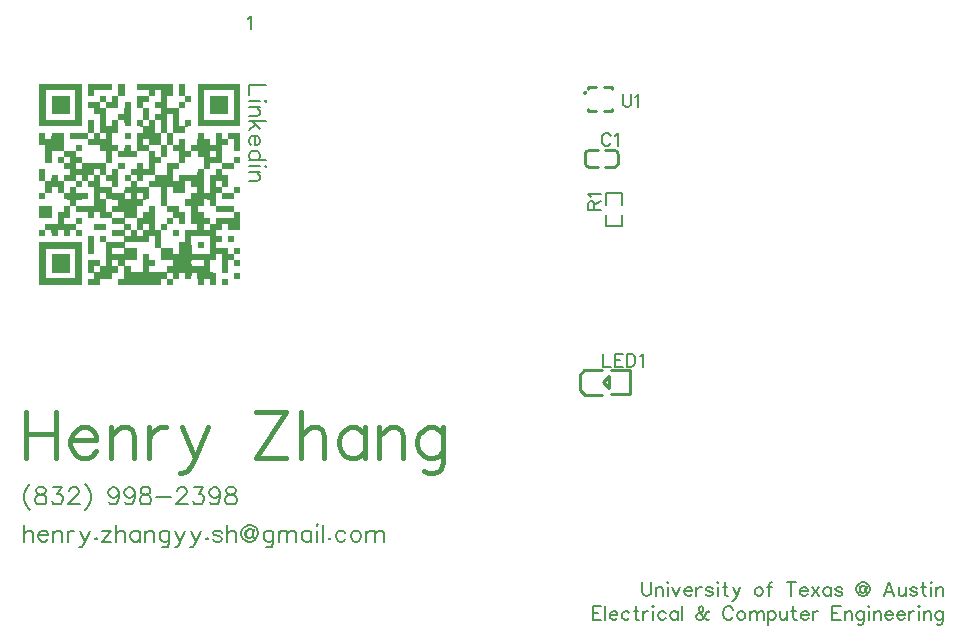
<source format=gto>
G04 Layer: TopSilkscreenLayer*
G04 EasyEDA v6.5.50, 2025-08-15 22:22:53*
G04 78b981eca6ee4c28b6080d7fc2fd3244,645267f41e9e4d7b8b91459b463e1a24,10*
G04 Gerber Generator version 0.2*
G04 Scale: 100 percent, Rotated: No, Reflected: No *
G04 Dimensions in millimeters *
G04 leading zeros omitted , absolute positions ,4 integer and 5 decimal *
%FSLAX45Y45*%
%MOMM*%

%ADD10C,0.4500*%
%ADD11C,0.2030*%
%ADD12C,0.1524*%
%ADD13C,0.2540*%
%ADD14C,0.0119*%

%LPD*%
G36*
X674014Y-661314D02*
G01*
X674014Y-716127D01*
X979779Y-716127D01*
X979779Y-967079D01*
X728827Y-967079D01*
X728827Y-716127D01*
X674014Y-716127D01*
X674014Y-1021892D01*
X1034592Y-1021892D01*
X1034592Y-661314D01*
G37*
G36*
X1086104Y-661314D02*
G01*
X1086104Y-764336D01*
X1137615Y-764336D01*
X1138072Y-713232D01*
X1292199Y-712825D01*
X1292199Y-661314D01*
G37*
G36*
X1343710Y-661314D02*
G01*
X1343304Y-763930D01*
X1292199Y-764336D01*
X1291793Y-815441D01*
X1241094Y-815441D01*
X1240637Y-764336D01*
X1189177Y-764336D01*
X1188720Y-815441D01*
X1086104Y-815848D01*
X1086104Y-817930D01*
X1189126Y-817930D01*
X1189939Y-815848D01*
X1240231Y-816254D01*
X1240231Y-866952D01*
X1189583Y-866952D01*
X1189126Y-817930D01*
X1086104Y-817930D01*
X1086104Y-867359D01*
X1137208Y-867765D01*
X1137666Y-918870D01*
X1188720Y-919276D01*
X1188720Y-1072997D01*
X1138072Y-1072997D01*
X1137615Y-970381D01*
X1086154Y-970381D01*
X1085697Y-1072997D01*
X931570Y-1073404D01*
X931570Y-1075537D01*
X1086104Y-1075537D01*
X1086916Y-1073404D01*
X1137208Y-1073861D01*
X1137208Y-1075537D01*
X1189126Y-1075537D01*
X1189939Y-1073404D01*
X1240231Y-1073861D01*
X1240231Y-1124508D01*
X1189583Y-1124508D01*
X1189126Y-1075537D01*
X1137208Y-1075537D01*
X1137208Y-1124508D01*
X1086561Y-1124508D01*
X1086104Y-1075537D01*
X931570Y-1075537D01*
X931570Y-1124915D01*
X1085697Y-1125372D01*
X1086154Y-1176426D01*
X1188720Y-1176883D01*
X1189177Y-1227937D01*
X1240231Y-1228394D01*
X1240231Y-1330604D01*
X1034999Y-1330604D01*
X1034592Y-1279499D01*
X983487Y-1279042D01*
X983487Y-1228394D01*
X1034592Y-1227937D01*
X1034592Y-1176477D01*
X983132Y-1176477D01*
X982675Y-1227531D01*
X880465Y-1227531D01*
X880059Y-1073404D01*
X777036Y-1073404D01*
X776630Y-1124508D01*
X725932Y-1124508D01*
X725474Y-1073404D01*
X674014Y-1073404D01*
X674014Y-1176426D01*
X725119Y-1176883D01*
X725525Y-1331010D01*
X777036Y-1331010D01*
X777443Y-1228394D01*
X879652Y-1228394D01*
X879652Y-1279042D01*
X828548Y-1279499D01*
X828548Y-1281582D01*
X880059Y-1281582D01*
X880871Y-1279448D01*
X931164Y-1279906D01*
X931164Y-1330604D01*
X880465Y-1330604D01*
X880059Y-1281582D01*
X828548Y-1281582D01*
X828548Y-1330960D01*
X879652Y-1331417D01*
X879666Y-1333093D01*
X983081Y-1333093D01*
X983894Y-1330960D01*
X1034186Y-1331417D01*
X1034186Y-1382115D01*
X983487Y-1382115D01*
X983081Y-1333093D01*
X879666Y-1333093D01*
X880110Y-1382471D01*
X931164Y-1382928D01*
X931164Y-1384604D01*
X1137615Y-1384604D01*
X1138428Y-1382471D01*
X1188720Y-1382928D01*
X1188720Y-1433626D01*
X1241094Y-1433626D01*
X1241094Y-1331417D01*
X1292199Y-1330960D01*
X1292199Y-1229055D01*
X1293317Y-1227937D01*
X1343304Y-1228394D01*
X1343710Y-1279499D01*
X1498244Y-1279499D01*
X1498650Y-1228394D01*
X1600860Y-1228394D01*
X1600860Y-1382115D01*
X1550162Y-1382115D01*
X1549755Y-1331010D01*
X1498244Y-1331010D01*
X1497838Y-1382115D01*
X1446733Y-1382522D01*
X1446326Y-1433626D01*
X1653184Y-1433626D01*
X1653184Y-1331417D01*
X1704289Y-1330960D01*
X1704695Y-1279906D01*
X1755800Y-1279448D01*
X1755800Y-1177544D01*
X1756968Y-1176426D01*
X1806905Y-1176883D01*
X1807362Y-1227937D01*
X1858416Y-1228394D01*
X1858416Y-1330604D01*
X1755851Y-1331010D01*
X1755393Y-1433626D01*
X1446326Y-1433626D01*
X1395222Y-1434033D01*
X1395222Y-1436116D01*
X1446682Y-1436116D01*
X1447495Y-1433982D01*
X1497838Y-1434439D01*
X1497838Y-1485138D01*
X1447139Y-1485138D01*
X1446682Y-1436116D01*
X1395222Y-1436116D01*
X1395222Y-1485544D01*
X1446326Y-1485950D01*
X1446326Y-1536649D01*
X1498650Y-1536649D01*
X1498650Y-1485950D01*
X1549755Y-1485544D01*
X1549755Y-1435150D01*
X1550873Y-1434033D01*
X1652371Y-1434439D01*
X1652371Y-1485138D01*
X1807768Y-1485138D01*
X1807768Y-1382928D01*
X1858822Y-1382471D01*
X1859280Y-1331417D01*
X1910334Y-1330960D01*
X1910791Y-1279906D01*
X1961896Y-1279448D01*
X1961896Y-1229055D01*
X1963013Y-1227937D01*
X2013000Y-1228394D01*
X2013014Y-1230071D01*
X2116378Y-1230071D01*
X2117191Y-1227937D01*
X2167534Y-1228394D01*
X2167534Y-1279042D01*
X2116836Y-1279042D01*
X2116378Y-1230071D01*
X2013014Y-1230071D01*
X2013407Y-1279448D01*
X2064512Y-1279906D01*
X2064512Y-1382115D01*
X2013407Y-1382522D01*
X2013000Y-1433626D01*
X1858873Y-1434033D01*
X1858416Y-1485138D01*
X1652371Y-1485138D01*
X1601317Y-1485544D01*
X1600860Y-1536649D01*
X1446326Y-1536649D01*
X1395222Y-1537055D01*
X1394815Y-1588160D01*
X1292606Y-1588160D01*
X1292606Y-1537462D01*
X1343710Y-1537055D01*
X1344117Y-1382928D01*
X1395222Y-1382471D01*
X1395222Y-1331010D01*
X1343710Y-1331010D01*
X1343304Y-1382115D01*
X1292199Y-1382522D01*
X1291793Y-1433626D01*
X1138072Y-1433626D01*
X1137615Y-1384604D01*
X931164Y-1384604D01*
X931164Y-1433626D01*
X880110Y-1434033D01*
X880089Y-1436116D01*
X983081Y-1436116D01*
X983894Y-1433982D01*
X1034186Y-1434439D01*
X1034186Y-1436116D01*
X1086104Y-1436116D01*
X1086916Y-1433982D01*
X1137208Y-1434439D01*
X1137208Y-1436116D01*
X1189126Y-1436116D01*
X1189939Y-1433982D01*
X1240231Y-1434439D01*
X1240688Y-1485544D01*
X1291793Y-1485950D01*
X1291793Y-1536649D01*
X1189583Y-1536649D01*
X1189126Y-1436116D01*
X1137208Y-1436116D01*
X1137208Y-1485138D01*
X1086561Y-1485138D01*
X1086104Y-1436116D01*
X1034186Y-1436116D01*
X1034186Y-1485138D01*
X983487Y-1485138D01*
X983081Y-1436116D01*
X880089Y-1436116D01*
X879652Y-1485138D01*
X828954Y-1485138D01*
X828548Y-1434033D01*
X777036Y-1434033D01*
X776630Y-1485138D01*
X725932Y-1485138D01*
X725525Y-1382522D01*
X674014Y-1382522D01*
X674014Y-1485544D01*
X725119Y-1485950D01*
X725119Y-1487627D01*
X880059Y-1487627D01*
X880871Y-1485544D01*
X982675Y-1485950D01*
X982675Y-1536649D01*
X931621Y-1537055D01*
X931164Y-1588160D01*
X880465Y-1588160D01*
X880059Y-1487627D01*
X725119Y-1487627D01*
X725119Y-1588160D01*
X674014Y-1588617D01*
X674014Y-1640078D01*
X725474Y-1640078D01*
X725932Y-1588973D01*
X776986Y-1588566D01*
X777443Y-1537462D01*
X828141Y-1537462D01*
X828598Y-1588566D01*
X879652Y-1588973D01*
X880110Y-1640078D01*
X931164Y-1640484D01*
X931164Y-1691182D01*
X983487Y-1691182D01*
X983487Y-1640484D01*
X1086104Y-1640078D01*
X1086104Y-1588566D01*
X983487Y-1588160D01*
X983487Y-1537462D01*
X1034592Y-1537055D01*
X1034592Y-1486662D01*
X1035761Y-1485544D01*
X1085697Y-1485950D01*
X1086154Y-1537055D01*
X1137208Y-1537462D01*
X1137208Y-1590649D01*
X1189126Y-1590649D01*
X1189939Y-1588566D01*
X1240231Y-1588973D01*
X1240231Y-1590649D01*
X1395171Y-1590649D01*
X1395984Y-1588566D01*
X1446326Y-1588973D01*
X1446326Y-1590649D01*
X1498244Y-1590649D01*
X1499006Y-1588566D01*
X1549349Y-1588973D01*
X1549349Y-1639671D01*
X1498650Y-1639671D01*
X1498244Y-1590649D01*
X1446326Y-1590649D01*
X1446326Y-1639671D01*
X1395628Y-1639671D01*
X1395171Y-1590649D01*
X1240231Y-1590649D01*
X1240231Y-1639671D01*
X1189583Y-1639671D01*
X1189126Y-1590649D01*
X1137208Y-1590649D01*
X1137208Y-1642160D01*
X1240637Y-1642160D01*
X1241450Y-1640078D01*
X1343304Y-1640484D01*
X1343304Y-1691182D01*
X1292199Y-1691639D01*
X1291793Y-1742693D01*
X1241094Y-1742693D01*
X1240637Y-1642160D01*
X1137208Y-1642160D01*
X1137208Y-1691182D01*
X931164Y-1691182D01*
X880110Y-1691639D01*
X879652Y-1742693D01*
X828548Y-1743151D01*
X828141Y-1845716D01*
X725525Y-1846173D01*
X725119Y-1897227D01*
X674014Y-1897684D01*
X674014Y-1949196D01*
X725474Y-1949196D01*
X725932Y-1898091D01*
X776630Y-1898091D01*
X777036Y-1949196D01*
X828548Y-1949196D01*
X828954Y-1898091D01*
X879652Y-1898091D01*
X880110Y-1949196D01*
X931570Y-1949196D01*
X931976Y-1898091D01*
X982675Y-1898091D01*
X983132Y-1949196D01*
X1034592Y-1949196D01*
X1034592Y-1897684D01*
X983487Y-1897227D01*
X983487Y-1846580D01*
X1034592Y-1846122D01*
X1034592Y-1794611D01*
X983132Y-1794611D01*
X982675Y-1845716D01*
X880465Y-1845716D01*
X880465Y-1795068D01*
X931570Y-1794611D01*
X931976Y-1691995D01*
X982675Y-1691995D01*
X983132Y-1743100D01*
X1085697Y-1743506D01*
X1086154Y-1794611D01*
X1137615Y-1794611D01*
X1138072Y-1743506D01*
X1188720Y-1743506D01*
X1188737Y-1745234D01*
X1292148Y-1745234D01*
X1292961Y-1743100D01*
X1394815Y-1743506D01*
X1394815Y-1794205D01*
X1498650Y-1794205D01*
X1498650Y-1691995D01*
X1549755Y-1691589D01*
X1550162Y-1640484D01*
X1601266Y-1640078D01*
X1601266Y-1538173D01*
X1602384Y-1537055D01*
X1703882Y-1537462D01*
X1704339Y-1691589D01*
X1755393Y-1691995D01*
X1755851Y-1743100D01*
X1806905Y-1743506D01*
X1806905Y-1794205D01*
X1755851Y-1794662D01*
X1755393Y-1845716D01*
X1704339Y-1846173D01*
X1703882Y-1897227D01*
X1653184Y-1897227D01*
X1652778Y-1691589D01*
X1601317Y-1691589D01*
X1600860Y-1742693D01*
X1549806Y-1743151D01*
X1549349Y-1794205D01*
X1292606Y-1794205D01*
X1292148Y-1745234D01*
X1188737Y-1745234D01*
X1189177Y-1794611D01*
X1291793Y-1795068D01*
X1291806Y-1796745D01*
X1395171Y-1796745D01*
X1395984Y-1794611D01*
X1497838Y-1795068D01*
X1497838Y-1848256D01*
X1549755Y-1848256D01*
X1550568Y-1846122D01*
X1600860Y-1846580D01*
X1600860Y-1897227D01*
X1550162Y-1897227D01*
X1549755Y-1848256D01*
X1497838Y-1848256D01*
X1497838Y-1897227D01*
X1447139Y-1897227D01*
X1446682Y-1846173D01*
X1395628Y-1845716D01*
X1395171Y-1796745D01*
X1291806Y-1796745D01*
X1292199Y-1846122D01*
X1394815Y-1846580D01*
X1394815Y-1897227D01*
X1292199Y-1897684D01*
X1292199Y-1899767D01*
X1395171Y-1899767D01*
X1395984Y-1897634D01*
X1446326Y-1898091D01*
X1446326Y-1899767D01*
X1498244Y-1899767D01*
X1499006Y-1897634D01*
X1549349Y-1898091D01*
X1549349Y-1948738D01*
X1498650Y-1948738D01*
X1498244Y-1899767D01*
X1446326Y-1899767D01*
X1446326Y-1948738D01*
X1395628Y-1948738D01*
X1395171Y-1899767D01*
X1292199Y-1899767D01*
X1292199Y-1949145D01*
X1394815Y-1949602D01*
X1394815Y-2000300D01*
X1241094Y-2000300D01*
X1240637Y-1949196D01*
X1189177Y-1949196D01*
X1189177Y-2000656D01*
X1240231Y-2001113D01*
X1240231Y-2054301D01*
X1292148Y-2054301D01*
X1292961Y-2052167D01*
X1394815Y-2052624D01*
X1394815Y-2103323D01*
X1292606Y-2103323D01*
X1292148Y-2054301D01*
X1240231Y-2054301D01*
X1240231Y-2157323D01*
X1292148Y-2157323D01*
X1292961Y-2155190D01*
X1343304Y-2155647D01*
X1343304Y-2206345D01*
X1395628Y-2206345D01*
X1395628Y-2155647D01*
X1498244Y-2155240D01*
X1498244Y-2052218D01*
X1395628Y-2051812D01*
X1395628Y-2001113D01*
X1601266Y-2000707D01*
X1601266Y-1950262D01*
X1602384Y-1949145D01*
X1652371Y-1949602D01*
X1652776Y-2051812D01*
X1704695Y-2051812D01*
X1704695Y-1898091D01*
X1755800Y-1897634D01*
X1756257Y-1846580D01*
X1807311Y-1846122D01*
X1807768Y-1795068D01*
X1858416Y-1795068D01*
X1858873Y-1846122D01*
X1910384Y-1846122D01*
X1910384Y-1743151D01*
X1859280Y-1742693D01*
X1858822Y-1691639D01*
X1756257Y-1691182D01*
X1756257Y-1537462D01*
X1806905Y-1537462D01*
X1807362Y-1588566D01*
X1910384Y-1588566D01*
X1910384Y-1486662D01*
X1911502Y-1485544D01*
X1961438Y-1485950D01*
X1961896Y-1537055D01*
X2013000Y-1537462D01*
X2013000Y-1588160D01*
X2065324Y-1588160D01*
X2065324Y-1382928D01*
X2116429Y-1382471D01*
X2116429Y-1332128D01*
X2117547Y-1330960D01*
X2219045Y-1331417D01*
X2219045Y-1382115D01*
X2167940Y-1382522D01*
X2167534Y-1433626D01*
X2116429Y-1434033D01*
X2116288Y-1487627D01*
X2167890Y-1487627D01*
X2168702Y-1485544D01*
X2219045Y-1485950D01*
X2219045Y-1536649D01*
X2168347Y-1536649D01*
X2167890Y-1487627D01*
X2116288Y-1487627D01*
X2116023Y-1588160D01*
X2013000Y-1588160D01*
X1961896Y-1588617D01*
X1961438Y-1639671D01*
X1910384Y-1640128D01*
X1910384Y-1691589D01*
X1961438Y-1691995D01*
X1961605Y-1742693D01*
X2013813Y-1742693D01*
X2013813Y-1691995D01*
X2064918Y-1691589D01*
X2064918Y-1641195D01*
X2066036Y-1640078D01*
X2116023Y-1640484D01*
X2116429Y-1691589D01*
X2167534Y-1691995D01*
X2167940Y-1743100D01*
X2322068Y-1743506D01*
X2322068Y-1794205D01*
X2167940Y-1794662D01*
X2167534Y-1845716D01*
X2116836Y-1845716D01*
X2116378Y-1794662D01*
X2065324Y-1794205D01*
X2064867Y-1743151D01*
X2013813Y-1742693D01*
X1961605Y-1742693D01*
X1961896Y-1846122D01*
X2013000Y-1846580D01*
X2013000Y-1848256D01*
X2064867Y-1848256D01*
X2065680Y-1846122D01*
X2116023Y-1846580D01*
X2116023Y-1897227D01*
X2065324Y-1897227D01*
X2064867Y-1848256D01*
X2013000Y-1848256D01*
X2013000Y-1897227D01*
X1910384Y-1897684D01*
X1910170Y-1951228D01*
X1961845Y-1951228D01*
X1962657Y-1949145D01*
X2116023Y-1949602D01*
X2116023Y-2103323D01*
X1962302Y-2103323D01*
X1961845Y-1951228D01*
X1910170Y-1951228D01*
X1909927Y-2000300D01*
X1858873Y-2000707D01*
X1858416Y-2103323D01*
X1807768Y-2103323D01*
X1807311Y-2052218D01*
X1704695Y-2051812D01*
X1652776Y-2051812D01*
X1652778Y-2052167D01*
X1703882Y-2052624D01*
X1704339Y-2155240D01*
X1806905Y-2155647D01*
X1806905Y-2157323D01*
X1961845Y-2157323D01*
X1962657Y-2155240D01*
X2064512Y-2155647D01*
X2064512Y-2206345D01*
X1962302Y-2206345D01*
X1961845Y-2157323D01*
X1806905Y-2157323D01*
X1806905Y-2206345D01*
X1755851Y-2206752D01*
X1755393Y-2257856D01*
X1601673Y-2257856D01*
X1601673Y-2207158D01*
X1652778Y-2206701D01*
X1652778Y-2155240D01*
X1601673Y-2154834D01*
X1601266Y-2103729D01*
X1549755Y-2103729D01*
X1549349Y-2257856D01*
X1447139Y-2257856D01*
X1446682Y-2206752D01*
X1395628Y-2206345D01*
X1292606Y-2206345D01*
X1292148Y-2157323D01*
X1240231Y-2157323D01*
X1240231Y-2206345D01*
X1189583Y-2206345D01*
X1189126Y-2155240D01*
X1086104Y-2155240D01*
X1086104Y-2208834D01*
X1137615Y-2208834D01*
X1138428Y-2206701D01*
X1188720Y-2207158D01*
X1188720Y-2257856D01*
X1138072Y-2257856D01*
X1137615Y-2208834D01*
X1086104Y-2208834D01*
X1086104Y-2258263D01*
X1137208Y-2258669D01*
X1137208Y-2309368D01*
X1086104Y-2309825D01*
X1086104Y-2361285D01*
X1189126Y-2361285D01*
X1189583Y-2310180D01*
X1292148Y-2309774D01*
X1292606Y-2258669D01*
X1343660Y-2258263D01*
X1344117Y-2207158D01*
X1394815Y-2207158D01*
X1394815Y-2260346D01*
X1755800Y-2260346D01*
X1756613Y-2258263D01*
X1806905Y-2258669D01*
X1806905Y-2309368D01*
X1756257Y-2309368D01*
X1755800Y-2260346D01*
X1394815Y-2260346D01*
X1394815Y-2309368D01*
X1343710Y-2309825D01*
X1343710Y-2361285D01*
X1704289Y-2361285D01*
X1704695Y-2310180D01*
X1755393Y-2310180D01*
X1755851Y-2361285D01*
X1807311Y-2361285D01*
X1807768Y-2310180D01*
X1858822Y-2309774D01*
X1859280Y-2258669D01*
X1909927Y-2258669D01*
X1910384Y-2309774D01*
X1961845Y-2309774D01*
X1962302Y-2258669D01*
X2013000Y-2258669D01*
X2013407Y-2361285D01*
X2064867Y-2361285D01*
X2065324Y-2310180D01*
X2116023Y-2310180D01*
X2116429Y-2361285D01*
X2167940Y-2361285D01*
X2167940Y-2258314D01*
X2116836Y-2257856D01*
X2116836Y-2155647D01*
X2167890Y-2155190D01*
X2168347Y-2104136D01*
X2219045Y-2104136D01*
X2219452Y-2258263D01*
X2270963Y-2258263D01*
X2271369Y-2155647D01*
X2322068Y-2155647D01*
X2322525Y-2206752D01*
X2373985Y-2206752D01*
X2373985Y-2155240D01*
X2322880Y-2154834D01*
X2322880Y-2104136D01*
X2373985Y-2103678D01*
X2373985Y-2052218D01*
X2322525Y-2052218D01*
X2322068Y-2103323D01*
X2271369Y-2103323D01*
X2270963Y-2052218D01*
X2168347Y-2051812D01*
X2168347Y-2001113D01*
X2219452Y-2000656D01*
X2219452Y-1949196D01*
X2168347Y-1948738D01*
X2168347Y-1898091D01*
X2219452Y-1897634D01*
X2219858Y-1846580D01*
X2270556Y-1846580D01*
X2271014Y-1897684D01*
X2373985Y-1897684D01*
X2373985Y-1743151D01*
X2322880Y-1742693D01*
X2322474Y-1691589D01*
X2168347Y-1691182D01*
X2168347Y-1588973D01*
X2219045Y-1588973D01*
X2219502Y-1640078D01*
X2322474Y-1640078D01*
X2322880Y-1588973D01*
X2373985Y-1588566D01*
X2373985Y-1537055D01*
X2322525Y-1537055D01*
X2322068Y-1588160D01*
X2219858Y-1588160D01*
X2219858Y-1537462D01*
X2270963Y-1537055D01*
X2270963Y-1434033D01*
X2219858Y-1433626D01*
X2219858Y-1382928D01*
X2322474Y-1382522D01*
X2322880Y-1331417D01*
X2373985Y-1330960D01*
X2373985Y-1279499D01*
X2322525Y-1279499D01*
X2322068Y-1330604D01*
X2219858Y-1330604D01*
X2219858Y-1176883D01*
X2270963Y-1176426D01*
X2271369Y-1125372D01*
X2322068Y-1125372D01*
X2322474Y-1227988D01*
X2373985Y-1227988D01*
X2373985Y-1073404D01*
X2271014Y-1073404D01*
X2270556Y-1124508D01*
X2219858Y-1124508D01*
X2219452Y-1073404D01*
X2167940Y-1073404D01*
X2167534Y-1176020D01*
X2116836Y-1176020D01*
X2116378Y-1124966D01*
X2065324Y-1124508D01*
X2064867Y-1073404D01*
X2013407Y-1073404D01*
X2013000Y-1176020D01*
X1961896Y-1176477D01*
X1961438Y-1227531D01*
X1910791Y-1227531D01*
X1910334Y-1124915D01*
X1858873Y-1124915D01*
X1858416Y-1176020D01*
X1807768Y-1176020D01*
X1807768Y-1073861D01*
X1910334Y-1073404D01*
X1910791Y-1022299D01*
X1961896Y-1021892D01*
X1961896Y-970381D01*
X1910384Y-970381D01*
X1909927Y-1021486D01*
X1859280Y-1021486D01*
X1859280Y-867765D01*
X1910334Y-867359D01*
X1910791Y-816254D01*
X1961896Y-815848D01*
X1961896Y-764336D01*
X1910791Y-763930D01*
X1910334Y-661314D01*
X1858873Y-661314D01*
X1858873Y-764286D01*
X1909927Y-764743D01*
X1909927Y-815441D01*
X1858873Y-815848D01*
X1858416Y-866952D01*
X1756257Y-866952D01*
X1756257Y-764743D01*
X1807311Y-764286D01*
X1807311Y-661314D01*
X1498244Y-661314D01*
X1498244Y-712825D01*
X1600860Y-713232D01*
X1600860Y-763930D01*
X1498244Y-764336D01*
X1498244Y-866952D01*
X1550162Y-866952D01*
X1550162Y-816254D01*
X1601266Y-815848D01*
X1601673Y-764743D01*
X1652778Y-764286D01*
X1652778Y-713943D01*
X1653946Y-712774D01*
X1703882Y-713232D01*
X1703882Y-815441D01*
X1652778Y-815848D01*
X1652778Y-867359D01*
X1703882Y-867765D01*
X1703882Y-918464D01*
X1652828Y-918921D01*
X1652808Y-920953D01*
X1755800Y-920953D01*
X1756613Y-918870D01*
X1806905Y-919276D01*
X1806905Y-1072997D01*
X1756257Y-1072997D01*
X1755800Y-920953D01*
X1652808Y-920953D01*
X1652371Y-969975D01*
X1601673Y-969975D01*
X1601266Y-867359D01*
X1550162Y-866952D01*
X1498244Y-866952D01*
X1498244Y-867359D01*
X1549349Y-867765D01*
X1549349Y-969975D01*
X1498244Y-970432D01*
X1498244Y-972464D01*
X1549755Y-972464D01*
X1550568Y-970381D01*
X1600860Y-970787D01*
X1600860Y-972464D01*
X1652778Y-972464D01*
X1653590Y-970381D01*
X1703882Y-970787D01*
X1703882Y-1072997D01*
X1653184Y-1072997D01*
X1652778Y-972464D01*
X1600860Y-972464D01*
X1600860Y-1021486D01*
X1550162Y-1021486D01*
X1549755Y-972464D01*
X1498244Y-972464D01*
X1498244Y-1021892D01*
X1549349Y-1022299D01*
X1549349Y-1072997D01*
X1498244Y-1073454D01*
X1498239Y-1075486D01*
X1704289Y-1075486D01*
X1705102Y-1073404D01*
X1755393Y-1073861D01*
X1755393Y-1176020D01*
X1704695Y-1176020D01*
X1704289Y-1075486D01*
X1498239Y-1075486D01*
X1498103Y-1127048D01*
X1549755Y-1127048D01*
X1550568Y-1124915D01*
X1600860Y-1125372D01*
X1600860Y-1176020D01*
X1550162Y-1176020D01*
X1549755Y-1127048D01*
X1498103Y-1127048D01*
X1497967Y-1178560D01*
X1601266Y-1178560D01*
X1602079Y-1176426D01*
X1703882Y-1176883D01*
X1703882Y-1279042D01*
X1653184Y-1279042D01*
X1652778Y-1227988D01*
X1601673Y-1227531D01*
X1601266Y-1178560D01*
X1497967Y-1178560D01*
X1497838Y-1227531D01*
X1447139Y-1227531D01*
X1446682Y-1176477D01*
X1395222Y-1176477D01*
X1394815Y-1227531D01*
X1344117Y-1227531D01*
X1343660Y-1176477D01*
X1292606Y-1176020D01*
X1292606Y-1073861D01*
X1343660Y-1073404D01*
X1344117Y-970787D01*
X1394815Y-970787D01*
X1395222Y-1021892D01*
X1446733Y-1021892D01*
X1446733Y-815848D01*
X1395222Y-815848D01*
X1394815Y-918464D01*
X1343710Y-918921D01*
X1343304Y-969975D01*
X1292199Y-970432D01*
X1291793Y-1021486D01*
X1241094Y-1021486D01*
X1241094Y-867765D01*
X1343660Y-867359D01*
X1344117Y-764743D01*
X1395222Y-764286D01*
X1395222Y-661314D01*
G37*
G36*
X2013407Y-661314D02*
G01*
X2013407Y-716127D01*
X2319172Y-716127D01*
X2319172Y-967079D01*
X2068220Y-967079D01*
X2068220Y-716127D01*
X2013407Y-716127D01*
X2013407Y-1021892D01*
X2373985Y-1021892D01*
X2373985Y-661314D01*
G37*
G36*
X777036Y-764336D02*
G01*
X777036Y-918870D01*
X931570Y-918870D01*
X931570Y-764336D01*
G37*
G36*
X2116429Y-764336D02*
G01*
X2116429Y-918870D01*
X2270963Y-918870D01*
X2270963Y-764336D01*
G37*
G36*
X1395222Y-1073404D02*
G01*
X1395222Y-1124915D01*
X1446733Y-1124915D01*
X1446733Y-1073404D01*
G37*
G36*
X674014Y-1691589D02*
G01*
X674014Y-1794611D01*
X777036Y-1794611D01*
X777036Y-1691589D01*
G37*
G36*
X1137666Y-1846122D02*
G01*
X1137666Y-1897684D01*
X1240688Y-1897684D01*
X1240688Y-1846122D01*
G37*
G36*
X1807311Y-1897684D02*
G01*
X1807311Y-1949196D01*
X1858873Y-1949196D01*
X1858873Y-1897684D01*
G37*
G36*
X1086104Y-1949196D02*
G01*
X1086104Y-2103729D01*
X1137666Y-2103729D01*
X1137666Y-1949196D01*
G37*
G36*
X2270963Y-1949196D02*
G01*
X2270963Y-2000707D01*
X2322474Y-2000707D01*
X2322474Y-1949196D01*
G37*
G36*
X674014Y-2000707D02*
G01*
X674014Y-2055520D01*
X979779Y-2055520D01*
X979779Y-2306472D01*
X728827Y-2306472D01*
X728827Y-2055520D01*
X674014Y-2055520D01*
X674014Y-2361285D01*
X1034592Y-2361285D01*
X1034592Y-2000707D01*
G37*
G36*
X2013407Y-2000707D02*
G01*
X2013407Y-2052218D01*
X2064918Y-2052218D01*
X2064918Y-2000707D01*
G37*
G36*
X777036Y-2103729D02*
G01*
X777036Y-2258263D01*
X931570Y-2258263D01*
X931570Y-2103729D01*
G37*
G36*
X2322474Y-2258263D02*
G01*
X2322474Y-2309774D01*
X2373985Y-2309774D01*
X2373985Y-2258263D01*
G37*
G36*
X2219452Y-2309774D02*
G01*
X2219452Y-2361285D01*
X2270963Y-2361285D01*
X2270963Y-2309774D01*
G37*
D10*
X558800Y-3441192D02*
G01*
X558800Y-3826002D01*
X815339Y-3441192D02*
G01*
X815339Y-3826002D01*
X558800Y-3624579D02*
G01*
X815339Y-3624579D01*
X936244Y-3679444D02*
G01*
X1156207Y-3679444D01*
X1156207Y-3642868D01*
X1137920Y-3606292D01*
X1119631Y-3587750D01*
X1083055Y-3569462D01*
X1027937Y-3569462D01*
X991362Y-3587750D01*
X954786Y-3624579D01*
X936244Y-3679444D01*
X936244Y-3716020D01*
X954786Y-3771137D01*
X991362Y-3807713D01*
X1027937Y-3826002D01*
X1083055Y-3826002D01*
X1119631Y-3807713D01*
X1156207Y-3771137D01*
X1277112Y-3569462D02*
G01*
X1277112Y-3826002D01*
X1277112Y-3642868D02*
G01*
X1332229Y-3587750D01*
X1368805Y-3569462D01*
X1423923Y-3569462D01*
X1460500Y-3587750D01*
X1478787Y-3642868D01*
X1478787Y-3826002D01*
X1599692Y-3569462D02*
G01*
X1599692Y-3826002D01*
X1599692Y-3679444D02*
G01*
X1618234Y-3624579D01*
X1654810Y-3587750D01*
X1691386Y-3569462D01*
X1746504Y-3569462D01*
X1885695Y-3569462D02*
G01*
X1995677Y-3826002D01*
X2105659Y-3569462D02*
G01*
X1995677Y-3826002D01*
X1959102Y-3899407D01*
X1922271Y-3935984D01*
X1885695Y-3954271D01*
X1867407Y-3954271D01*
X2765297Y-3441192D02*
G01*
X2508758Y-3826002D01*
X2508758Y-3441192D02*
G01*
X2765297Y-3441192D01*
X2508758Y-3826002D02*
G01*
X2765297Y-3826002D01*
X2886456Y-3441192D02*
G01*
X2886456Y-3826002D01*
X2886456Y-3642868D02*
G01*
X2941320Y-3587750D01*
X2977895Y-3569462D01*
X3033013Y-3569462D01*
X3069590Y-3587750D01*
X3087877Y-3642868D01*
X3087877Y-3826002D01*
X3428745Y-3569462D02*
G01*
X3428745Y-3826002D01*
X3428745Y-3624579D02*
G01*
X3392170Y-3587750D01*
X3355593Y-3569462D01*
X3300475Y-3569462D01*
X3263900Y-3587750D01*
X3227324Y-3624579D01*
X3209036Y-3679444D01*
X3209036Y-3716020D01*
X3227324Y-3771137D01*
X3263900Y-3807713D01*
X3300475Y-3826002D01*
X3355593Y-3826002D01*
X3392170Y-3807713D01*
X3428745Y-3771137D01*
X3549904Y-3569462D02*
G01*
X3549904Y-3826002D01*
X3549904Y-3642868D02*
G01*
X3604768Y-3587750D01*
X3641343Y-3569462D01*
X3696461Y-3569462D01*
X3733038Y-3587750D01*
X3751325Y-3642868D01*
X3751325Y-3826002D01*
X4092193Y-3569462D02*
G01*
X4092193Y-3862831D01*
X4073906Y-3917695D01*
X4055618Y-3935984D01*
X4019041Y-3954271D01*
X3963924Y-3954271D01*
X3927347Y-3935984D01*
X4092193Y-3624579D02*
G01*
X4055618Y-3587750D01*
X4019041Y-3569462D01*
X3963924Y-3569462D01*
X3927347Y-3587750D01*
X3890772Y-3624579D01*
X3872484Y-3679444D01*
X3872484Y-3716020D01*
X3890772Y-3771137D01*
X3927347Y-3807713D01*
X3963924Y-3826002D01*
X4019041Y-3826002D01*
X4055618Y-3807713D01*
X4092193Y-3771137D01*
D11*
X593852Y-4050537D02*
G01*
X580136Y-4064000D01*
X566673Y-4084573D01*
X552957Y-4111752D01*
X546100Y-4146042D01*
X546100Y-4173220D01*
X552957Y-4207255D01*
X566673Y-4234434D01*
X580136Y-4255007D01*
X593852Y-4268723D01*
X672845Y-4077715D02*
G01*
X652526Y-4084573D01*
X645668Y-4098289D01*
X645668Y-4111752D01*
X652526Y-4125468D01*
X665987Y-4132326D01*
X693420Y-4139184D01*
X713739Y-4146042D01*
X727455Y-4159504D01*
X734313Y-4173220D01*
X734313Y-4193539D01*
X727455Y-4207255D01*
X720597Y-4214113D01*
X700278Y-4220971D01*
X672845Y-4220971D01*
X652526Y-4214113D01*
X645668Y-4207255D01*
X638810Y-4193539D01*
X638810Y-4173220D01*
X645668Y-4159504D01*
X659384Y-4146042D01*
X679704Y-4139184D01*
X706881Y-4132326D01*
X720597Y-4125468D01*
X727455Y-4111752D01*
X727455Y-4098289D01*
X720597Y-4084573D01*
X700278Y-4077715D01*
X672845Y-4077715D01*
X792987Y-4077715D02*
G01*
X867918Y-4077715D01*
X827023Y-4132326D01*
X847344Y-4132326D01*
X861060Y-4139184D01*
X867918Y-4146042D01*
X874776Y-4166362D01*
X874776Y-4180078D01*
X867918Y-4200397D01*
X854202Y-4214113D01*
X833881Y-4220971D01*
X813307Y-4220971D01*
X792987Y-4214113D01*
X786129Y-4207255D01*
X779271Y-4193539D01*
X926592Y-4111752D02*
G01*
X926592Y-4104894D01*
X933450Y-4091431D01*
X940307Y-4084573D01*
X953770Y-4077715D01*
X981202Y-4077715D01*
X994663Y-4084573D01*
X1001521Y-4091431D01*
X1008379Y-4104894D01*
X1008379Y-4118610D01*
X1001521Y-4132326D01*
X987805Y-4152645D01*
X919734Y-4220971D01*
X1015237Y-4220971D01*
X1060195Y-4050537D02*
G01*
X1073912Y-4064000D01*
X1087373Y-4084573D01*
X1101089Y-4111752D01*
X1107947Y-4146042D01*
X1107947Y-4173220D01*
X1101089Y-4207255D01*
X1087373Y-4234434D01*
X1073912Y-4255007D01*
X1060195Y-4268723D01*
X1346454Y-4125468D02*
G01*
X1339850Y-4146042D01*
X1326134Y-4159504D01*
X1305560Y-4166362D01*
X1298702Y-4166362D01*
X1278381Y-4159504D01*
X1264665Y-4146042D01*
X1257807Y-4125468D01*
X1257807Y-4118610D01*
X1264665Y-4098289D01*
X1278381Y-4084573D01*
X1298702Y-4077715D01*
X1305560Y-4077715D01*
X1326134Y-4084573D01*
X1339850Y-4098289D01*
X1346454Y-4125468D01*
X1346454Y-4159504D01*
X1339850Y-4193539D01*
X1326134Y-4214113D01*
X1305560Y-4220971D01*
X1292097Y-4220971D01*
X1271523Y-4214113D01*
X1264665Y-4200397D01*
X1480312Y-4125468D02*
G01*
X1473454Y-4146042D01*
X1459737Y-4159504D01*
X1439163Y-4166362D01*
X1432560Y-4166362D01*
X1411986Y-4159504D01*
X1398270Y-4146042D01*
X1391665Y-4125468D01*
X1391665Y-4118610D01*
X1398270Y-4098289D01*
X1411986Y-4084573D01*
X1432560Y-4077715D01*
X1439163Y-4077715D01*
X1459737Y-4084573D01*
X1473454Y-4098289D01*
X1480312Y-4125468D01*
X1480312Y-4159504D01*
X1473454Y-4193539D01*
X1459737Y-4214113D01*
X1439163Y-4220971D01*
X1425702Y-4220971D01*
X1405128Y-4214113D01*
X1398270Y-4200397D01*
X1559305Y-4077715D02*
G01*
X1538731Y-4084573D01*
X1532128Y-4098289D01*
X1532128Y-4111752D01*
X1538731Y-4125468D01*
X1552447Y-4132326D01*
X1579626Y-4139184D01*
X1600200Y-4146042D01*
X1613915Y-4159504D01*
X1620520Y-4173220D01*
X1620520Y-4193539D01*
X1613915Y-4207255D01*
X1607057Y-4214113D01*
X1586484Y-4220971D01*
X1559305Y-4220971D01*
X1538731Y-4214113D01*
X1532128Y-4207255D01*
X1525270Y-4193539D01*
X1525270Y-4173220D01*
X1532128Y-4159504D01*
X1545589Y-4146042D01*
X1566163Y-4139184D01*
X1593342Y-4132326D01*
X1607057Y-4125468D01*
X1613915Y-4111752D01*
X1613915Y-4098289D01*
X1607057Y-4084573D01*
X1586484Y-4077715D01*
X1559305Y-4077715D01*
X1665731Y-4159504D02*
G01*
X1788413Y-4159504D01*
X1840229Y-4111752D02*
G01*
X1840229Y-4104894D01*
X1847087Y-4091431D01*
X1853945Y-4084573D01*
X1867407Y-4077715D01*
X1894839Y-4077715D01*
X1908302Y-4084573D01*
X1915160Y-4091431D01*
X1922018Y-4104894D01*
X1922018Y-4118610D01*
X1915160Y-4132326D01*
X1901444Y-4152645D01*
X1833371Y-4220971D01*
X1928876Y-4220971D01*
X1987550Y-4077715D02*
G01*
X2062479Y-4077715D01*
X2021586Y-4132326D01*
X2041906Y-4132326D01*
X2055622Y-4139184D01*
X2062479Y-4146042D01*
X2069338Y-4166362D01*
X2069338Y-4180078D01*
X2062479Y-4200397D01*
X2048763Y-4214113D01*
X2028443Y-4220971D01*
X2007870Y-4220971D01*
X1987550Y-4214113D01*
X1980691Y-4207255D01*
X1973834Y-4193539D01*
X2202941Y-4125468D02*
G01*
X2196084Y-4146042D01*
X2182368Y-4159504D01*
X2162047Y-4166362D01*
X2155190Y-4166362D01*
X2134615Y-4159504D01*
X2121154Y-4146042D01*
X2114295Y-4125468D01*
X2114295Y-4118610D01*
X2121154Y-4098289D01*
X2134615Y-4084573D01*
X2155190Y-4077715D01*
X2162047Y-4077715D01*
X2182368Y-4084573D01*
X2196084Y-4098289D01*
X2202941Y-4125468D01*
X2202941Y-4159504D01*
X2196084Y-4193539D01*
X2182368Y-4214113D01*
X2162047Y-4220971D01*
X2148331Y-4220971D01*
X2128011Y-4214113D01*
X2121154Y-4200397D01*
X2281936Y-4077715D02*
G01*
X2261615Y-4084573D01*
X2254758Y-4098289D01*
X2254758Y-4111752D01*
X2261615Y-4125468D01*
X2275077Y-4132326D01*
X2302509Y-4139184D01*
X2322829Y-4146042D01*
X2336545Y-4159504D01*
X2343404Y-4173220D01*
X2343404Y-4193539D01*
X2336545Y-4207255D01*
X2329688Y-4214113D01*
X2309368Y-4220971D01*
X2281936Y-4220971D01*
X2261615Y-4214113D01*
X2254758Y-4207255D01*
X2247900Y-4193539D01*
X2247900Y-4173220D01*
X2254758Y-4159504D01*
X2268474Y-4146042D01*
X2288793Y-4139184D01*
X2315972Y-4132326D01*
X2329688Y-4125468D01*
X2336545Y-4111752D01*
X2336545Y-4098289D01*
X2329688Y-4084573D01*
X2309368Y-4077715D01*
X2281936Y-4077715D01*
X546100Y-4395215D02*
G01*
X546100Y-4538471D01*
X546100Y-4470145D02*
G01*
X566673Y-4449826D01*
X580136Y-4442968D01*
X600710Y-4442968D01*
X614171Y-4449826D01*
X621029Y-4470145D01*
X621029Y-4538471D01*
X665987Y-4483862D02*
G01*
X748029Y-4483862D01*
X748029Y-4470145D01*
X741171Y-4456684D01*
X734313Y-4449826D01*
X720597Y-4442968D01*
X700278Y-4442968D01*
X686562Y-4449826D01*
X672845Y-4463542D01*
X665987Y-4483862D01*
X665987Y-4497578D01*
X672845Y-4517897D01*
X686562Y-4531613D01*
X700278Y-4538471D01*
X720597Y-4538471D01*
X734313Y-4531613D01*
X748029Y-4517897D01*
X792987Y-4442968D02*
G01*
X792987Y-4538471D01*
X792987Y-4470145D02*
G01*
X813307Y-4449826D01*
X827023Y-4442968D01*
X847344Y-4442968D01*
X861060Y-4449826D01*
X867918Y-4470145D01*
X867918Y-4538471D01*
X912876Y-4442968D02*
G01*
X912876Y-4538471D01*
X912876Y-4483862D02*
G01*
X919734Y-4463542D01*
X933450Y-4449826D01*
X946912Y-4442968D01*
X967486Y-4442968D01*
X1019302Y-4442968D02*
G01*
X1060195Y-4538471D01*
X1101089Y-4442968D02*
G01*
X1060195Y-4538471D01*
X1046479Y-4565650D01*
X1033018Y-4579365D01*
X1019302Y-4586223D01*
X1012444Y-4586223D01*
X1152905Y-4504436D02*
G01*
X1146047Y-4511039D01*
X1152905Y-4517897D01*
X1159763Y-4511039D01*
X1152905Y-4504436D01*
X1279652Y-4442968D02*
G01*
X1204721Y-4538471D01*
X1204721Y-4442968D02*
G01*
X1279652Y-4442968D01*
X1204721Y-4538471D02*
G01*
X1279652Y-4538471D01*
X1324610Y-4395215D02*
G01*
X1324610Y-4538471D01*
X1324610Y-4470145D02*
G01*
X1345184Y-4449826D01*
X1358900Y-4442968D01*
X1379220Y-4442968D01*
X1392936Y-4449826D01*
X1399794Y-4470145D01*
X1399794Y-4538471D01*
X1526539Y-4442968D02*
G01*
X1526539Y-4538471D01*
X1526539Y-4463542D02*
G01*
X1512823Y-4449826D01*
X1499362Y-4442968D01*
X1478787Y-4442968D01*
X1465071Y-4449826D01*
X1451610Y-4463542D01*
X1444752Y-4483862D01*
X1444752Y-4497578D01*
X1451610Y-4517897D01*
X1465071Y-4531613D01*
X1478787Y-4538471D01*
X1499362Y-4538471D01*
X1512823Y-4531613D01*
X1526539Y-4517897D01*
X1571497Y-4442968D02*
G01*
X1571497Y-4538471D01*
X1571497Y-4470145D02*
G01*
X1592071Y-4449826D01*
X1605534Y-4442968D01*
X1626107Y-4442968D01*
X1639823Y-4449826D01*
X1646428Y-4470145D01*
X1646428Y-4538471D01*
X1773428Y-4442968D02*
G01*
X1773428Y-4551934D01*
X1766570Y-4572507D01*
X1759712Y-4579365D01*
X1745995Y-4586223D01*
X1725676Y-4586223D01*
X1711960Y-4579365D01*
X1773428Y-4463542D02*
G01*
X1759712Y-4449826D01*
X1745995Y-4442968D01*
X1725676Y-4442968D01*
X1711960Y-4449826D01*
X1698244Y-4463542D01*
X1691639Y-4483862D01*
X1691639Y-4497578D01*
X1698244Y-4517897D01*
X1711960Y-4531613D01*
X1725676Y-4538471D01*
X1745995Y-4538471D01*
X1759712Y-4531613D01*
X1773428Y-4517897D01*
X1825244Y-4442968D02*
G01*
X1866137Y-4538471D01*
X1907031Y-4442968D02*
G01*
X1866137Y-4538471D01*
X1852421Y-4565650D01*
X1838705Y-4579365D01*
X1825244Y-4586223D01*
X1818386Y-4586223D01*
X1958847Y-4442968D02*
G01*
X1999741Y-4538471D01*
X2040636Y-4442968D02*
G01*
X1999741Y-4538471D01*
X1986025Y-4565650D01*
X1972563Y-4579365D01*
X1958847Y-4586223D01*
X1951990Y-4586223D01*
X2092452Y-4504436D02*
G01*
X2085593Y-4511039D01*
X2092452Y-4517897D01*
X2099309Y-4511039D01*
X2092452Y-4504436D01*
X2219197Y-4463542D02*
G01*
X2212340Y-4449826D01*
X2192020Y-4442968D01*
X2171445Y-4442968D01*
X2151125Y-4449826D01*
X2144268Y-4463542D01*
X2151125Y-4477004D01*
X2164841Y-4483862D01*
X2198877Y-4490720D01*
X2212340Y-4497578D01*
X2219197Y-4511039D01*
X2219197Y-4517897D01*
X2212340Y-4531613D01*
X2192020Y-4538471D01*
X2171445Y-4538471D01*
X2151125Y-4531613D01*
X2144268Y-4517897D01*
X2264156Y-4395215D02*
G01*
X2264156Y-4538471D01*
X2264156Y-4470145D02*
G01*
X2284729Y-4449826D01*
X2298445Y-4442968D01*
X2318765Y-4442968D01*
X2332481Y-4449826D01*
X2339340Y-4470145D01*
X2339340Y-4538471D01*
X2486659Y-4449826D02*
G01*
X2479802Y-4436110D01*
X2466086Y-4429252D01*
X2445765Y-4429252D01*
X2432050Y-4436110D01*
X2425191Y-4442968D01*
X2418334Y-4463542D01*
X2418334Y-4483862D01*
X2425191Y-4497578D01*
X2438908Y-4504436D01*
X2459227Y-4504436D01*
X2472943Y-4497578D01*
X2479802Y-4483862D01*
X2445765Y-4429252D02*
G01*
X2432050Y-4442968D01*
X2425191Y-4463542D01*
X2425191Y-4483862D01*
X2432050Y-4497578D01*
X2438908Y-4504436D01*
X2486659Y-4429252D02*
G01*
X2479802Y-4483862D01*
X2479802Y-4497578D01*
X2493263Y-4504436D01*
X2506979Y-4504436D01*
X2520695Y-4490720D01*
X2527554Y-4470145D01*
X2527554Y-4456684D01*
X2520695Y-4436110D01*
X2513838Y-4422394D01*
X2500122Y-4408931D01*
X2486659Y-4402073D01*
X2466086Y-4395215D01*
X2445765Y-4395215D01*
X2425191Y-4402073D01*
X2411475Y-4408931D01*
X2398013Y-4422394D01*
X2391156Y-4436110D01*
X2384297Y-4456684D01*
X2384297Y-4477004D01*
X2391156Y-4497578D01*
X2398013Y-4511039D01*
X2411475Y-4524755D01*
X2425191Y-4531613D01*
X2445765Y-4538471D01*
X2466086Y-4538471D01*
X2486659Y-4531613D01*
X2500122Y-4524755D01*
X2506979Y-4517897D01*
X2493263Y-4429252D02*
G01*
X2486659Y-4483862D01*
X2486659Y-4497578D01*
X2493263Y-4504436D01*
X2654300Y-4442968D02*
G01*
X2654300Y-4551934D01*
X2647441Y-4572507D01*
X2640584Y-4579365D01*
X2627122Y-4586223D01*
X2606547Y-4586223D01*
X2592831Y-4579365D01*
X2654300Y-4463542D02*
G01*
X2640584Y-4449826D01*
X2627122Y-4442968D01*
X2606547Y-4442968D01*
X2592831Y-4449826D01*
X2579370Y-4463542D01*
X2572511Y-4483862D01*
X2572511Y-4497578D01*
X2579370Y-4517897D01*
X2592831Y-4531613D01*
X2606547Y-4538471D01*
X2627122Y-4538471D01*
X2640584Y-4531613D01*
X2654300Y-4517897D01*
X2699258Y-4442968D02*
G01*
X2699258Y-4538471D01*
X2699258Y-4470145D02*
G01*
X2719831Y-4449826D01*
X2733293Y-4442968D01*
X2753868Y-4442968D01*
X2767584Y-4449826D01*
X2774188Y-4470145D01*
X2774188Y-4538471D01*
X2774188Y-4470145D02*
G01*
X2794761Y-4449826D01*
X2808477Y-4442968D01*
X2828797Y-4442968D01*
X2842513Y-4449826D01*
X2849372Y-4470145D01*
X2849372Y-4538471D01*
X2976118Y-4442968D02*
G01*
X2976118Y-4538471D01*
X2976118Y-4463542D02*
G01*
X2962402Y-4449826D01*
X2948940Y-4442968D01*
X2928365Y-4442968D01*
X2914650Y-4449826D01*
X2901188Y-4463542D01*
X2894329Y-4483862D01*
X2894329Y-4497578D01*
X2901188Y-4517897D01*
X2914650Y-4531613D01*
X2928365Y-4538471D01*
X2948940Y-4538471D01*
X2962402Y-4531613D01*
X2976118Y-4517897D01*
X3021075Y-4395215D02*
G01*
X3027934Y-4402073D01*
X3034791Y-4395215D01*
X3027934Y-4388357D01*
X3021075Y-4395215D01*
X3027934Y-4442968D02*
G01*
X3027934Y-4538471D01*
X3079750Y-4395215D02*
G01*
X3079750Y-4538471D01*
X3131565Y-4504436D02*
G01*
X3124708Y-4511039D01*
X3131565Y-4517897D01*
X3138424Y-4511039D01*
X3131565Y-4504436D01*
X3265170Y-4463542D02*
G01*
X3251454Y-4449826D01*
X3237991Y-4442968D01*
X3217418Y-4442968D01*
X3203702Y-4449826D01*
X3190240Y-4463542D01*
X3183381Y-4483862D01*
X3183381Y-4497578D01*
X3190240Y-4517897D01*
X3203702Y-4531613D01*
X3217418Y-4538471D01*
X3237991Y-4538471D01*
X3251454Y-4531613D01*
X3265170Y-4517897D01*
X3344163Y-4442968D02*
G01*
X3330702Y-4449826D01*
X3316986Y-4463542D01*
X3310127Y-4483862D01*
X3310127Y-4497578D01*
X3316986Y-4517897D01*
X3330702Y-4531613D01*
X3344163Y-4538471D01*
X3364738Y-4538471D01*
X3378454Y-4531613D01*
X3391915Y-4517897D01*
X3398774Y-4497578D01*
X3398774Y-4483862D01*
X3391915Y-4463542D01*
X3378454Y-4449826D01*
X3364738Y-4442968D01*
X3344163Y-4442968D01*
X3443731Y-4442968D02*
G01*
X3443731Y-4538471D01*
X3443731Y-4470145D02*
G01*
X3464306Y-4449826D01*
X3478022Y-4442968D01*
X3498341Y-4442968D01*
X3512058Y-4449826D01*
X3518915Y-4470145D01*
X3518915Y-4538471D01*
X3518915Y-4470145D02*
G01*
X3539236Y-4449826D01*
X3552952Y-4442968D01*
X3573272Y-4442968D01*
X3586988Y-4449826D01*
X3593845Y-4470145D01*
X3593845Y-4538471D01*
X2589784Y-673100D02*
G01*
X2446527Y-673100D01*
X2446527Y-673100D02*
G01*
X2446527Y-754887D01*
X2589784Y-799845D02*
G01*
X2582925Y-806704D01*
X2589784Y-813562D01*
X2596641Y-806704D01*
X2589784Y-799845D01*
X2542031Y-806704D02*
G01*
X2446527Y-806704D01*
X2542031Y-858520D02*
G01*
X2446527Y-858520D01*
X2514854Y-858520D02*
G01*
X2535174Y-879094D01*
X2542031Y-892555D01*
X2542031Y-913129D01*
X2535174Y-926845D01*
X2514854Y-933450D01*
X2446527Y-933450D01*
X2589784Y-978662D02*
G01*
X2446527Y-978662D01*
X2542031Y-1046734D02*
G01*
X2473959Y-978662D01*
X2501138Y-1005839D02*
G01*
X2446527Y-1053592D01*
X2501138Y-1098550D02*
G01*
X2501138Y-1180337D01*
X2514854Y-1180337D01*
X2528315Y-1173479D01*
X2535174Y-1166621D01*
X2542031Y-1153160D01*
X2542031Y-1132586D01*
X2535174Y-1119123D01*
X2521458Y-1105407D01*
X2501138Y-1098550D01*
X2487422Y-1098550D01*
X2467102Y-1105407D01*
X2453386Y-1119123D01*
X2446527Y-1132586D01*
X2446527Y-1153160D01*
X2453386Y-1166621D01*
X2467102Y-1180337D01*
X2589784Y-1307084D02*
G01*
X2446527Y-1307084D01*
X2521458Y-1307084D02*
G01*
X2535174Y-1293621D01*
X2542031Y-1279905D01*
X2542031Y-1259586D01*
X2535174Y-1245870D01*
X2521458Y-1232154D01*
X2501138Y-1225295D01*
X2487422Y-1225295D01*
X2467102Y-1232154D01*
X2453386Y-1245870D01*
X2446527Y-1259586D01*
X2446527Y-1279905D01*
X2453386Y-1293621D01*
X2467102Y-1307084D01*
X2589784Y-1352295D02*
G01*
X2582925Y-1358900D01*
X2589784Y-1365757D01*
X2596641Y-1358900D01*
X2589784Y-1352295D01*
X2542031Y-1358900D02*
G01*
X2446527Y-1358900D01*
X2542031Y-1410715D02*
G01*
X2446527Y-1410715D01*
X2514854Y-1410715D02*
G01*
X2535174Y-1431289D01*
X2542031Y-1445005D01*
X2542031Y-1465326D01*
X2535174Y-1479042D01*
X2514854Y-1485900D01*
X2446527Y-1485900D01*
X5359400Y-5085842D02*
G01*
X5359400Y-5200395D01*
X5359400Y-5085842D02*
G01*
X5430265Y-5085842D01*
X5359400Y-5140452D02*
G01*
X5403088Y-5140452D01*
X5359400Y-5200395D02*
G01*
X5430265Y-5200395D01*
X5466334Y-5085842D02*
G01*
X5466334Y-5200395D01*
X5502402Y-5156707D02*
G01*
X5567679Y-5156707D01*
X5567679Y-5145786D01*
X5562345Y-5135118D01*
X5556758Y-5129529D01*
X5545836Y-5124195D01*
X5529579Y-5124195D01*
X5518658Y-5129529D01*
X5507736Y-5140452D01*
X5502402Y-5156707D01*
X5502402Y-5167629D01*
X5507736Y-5184139D01*
X5518658Y-5195062D01*
X5529579Y-5200395D01*
X5545836Y-5200395D01*
X5556758Y-5195062D01*
X5567679Y-5184139D01*
X5669279Y-5140452D02*
G01*
X5658358Y-5129529D01*
X5647436Y-5124195D01*
X5630925Y-5124195D01*
X5620004Y-5129529D01*
X5609336Y-5140452D01*
X5603747Y-5156707D01*
X5603747Y-5167629D01*
X5609336Y-5184139D01*
X5620004Y-5195062D01*
X5630925Y-5200395D01*
X5647436Y-5200395D01*
X5658358Y-5195062D01*
X5669279Y-5184139D01*
X5721604Y-5085842D02*
G01*
X5721604Y-5178552D01*
X5726938Y-5195062D01*
X5737859Y-5200395D01*
X5748781Y-5200395D01*
X5705093Y-5124195D02*
G01*
X5743447Y-5124195D01*
X5784850Y-5124195D02*
G01*
X5784850Y-5200395D01*
X5784850Y-5156707D02*
G01*
X5790184Y-5140452D01*
X5801106Y-5129529D01*
X5812027Y-5124195D01*
X5828538Y-5124195D01*
X5864606Y-5085842D02*
G01*
X5869940Y-5091429D01*
X5875274Y-5085842D01*
X5869940Y-5080507D01*
X5864606Y-5085842D01*
X5869940Y-5124195D02*
G01*
X5869940Y-5200395D01*
X5976874Y-5140452D02*
G01*
X5965952Y-5129529D01*
X5955029Y-5124195D01*
X5938774Y-5124195D01*
X5927852Y-5129529D01*
X5916929Y-5140452D01*
X5911341Y-5156707D01*
X5911341Y-5167629D01*
X5916929Y-5184139D01*
X5927852Y-5195062D01*
X5938774Y-5200395D01*
X5955029Y-5200395D01*
X5965952Y-5195062D01*
X5976874Y-5184139D01*
X6078220Y-5124195D02*
G01*
X6078220Y-5200395D01*
X6078220Y-5140452D02*
G01*
X6067297Y-5129529D01*
X6056375Y-5124195D01*
X6040120Y-5124195D01*
X6029197Y-5129529D01*
X6018275Y-5140452D01*
X6012941Y-5156707D01*
X6012941Y-5167629D01*
X6018275Y-5184139D01*
X6029197Y-5195062D01*
X6040120Y-5200395D01*
X6056375Y-5200395D01*
X6067297Y-5195062D01*
X6078220Y-5184139D01*
X6114288Y-5085842D02*
G01*
X6114288Y-5200395D01*
X6343395Y-5135118D02*
G01*
X6343395Y-5129529D01*
X6338061Y-5124195D01*
X6332474Y-5124195D01*
X6327140Y-5129529D01*
X6321552Y-5140452D01*
X6310629Y-5167629D01*
X6299708Y-5184139D01*
X6288786Y-5195062D01*
X6277863Y-5200395D01*
X6256020Y-5200395D01*
X6245097Y-5195062D01*
X6239763Y-5189473D01*
X6234429Y-5178552D01*
X6234429Y-5167629D01*
X6239763Y-5156707D01*
X6245097Y-5151373D01*
X6283452Y-5129529D01*
X6288786Y-5124195D01*
X6294374Y-5113273D01*
X6294374Y-5102352D01*
X6288786Y-5091429D01*
X6277863Y-5085842D01*
X6266941Y-5091429D01*
X6261608Y-5102352D01*
X6261608Y-5113273D01*
X6266941Y-5129529D01*
X6277863Y-5145786D01*
X6305295Y-5184139D01*
X6316218Y-5195062D01*
X6327140Y-5200395D01*
X6338061Y-5200395D01*
X6343395Y-5195062D01*
X6343395Y-5189473D01*
X6545325Y-5113273D02*
G01*
X6539738Y-5102352D01*
X6528815Y-5091429D01*
X6517893Y-5085842D01*
X6496050Y-5085842D01*
X6485127Y-5091429D01*
X6474206Y-5102352D01*
X6468872Y-5113273D01*
X6463284Y-5129529D01*
X6463284Y-5156707D01*
X6468872Y-5173218D01*
X6474206Y-5184139D01*
X6485127Y-5195062D01*
X6496050Y-5200395D01*
X6517893Y-5200395D01*
X6528815Y-5195062D01*
X6539738Y-5184139D01*
X6545325Y-5173218D01*
X6608572Y-5124195D02*
G01*
X6597650Y-5129529D01*
X6586727Y-5140452D01*
X6581140Y-5156707D01*
X6581140Y-5167629D01*
X6586727Y-5184139D01*
X6597650Y-5195062D01*
X6608572Y-5200395D01*
X6624827Y-5200395D01*
X6635750Y-5195062D01*
X6646672Y-5184139D01*
X6652006Y-5167629D01*
X6652006Y-5156707D01*
X6646672Y-5140452D01*
X6635750Y-5129529D01*
X6624827Y-5124195D01*
X6608572Y-5124195D01*
X6688074Y-5124195D02*
G01*
X6688074Y-5200395D01*
X6688074Y-5145786D02*
G01*
X6704584Y-5129529D01*
X6715506Y-5124195D01*
X6731761Y-5124195D01*
X6742684Y-5129529D01*
X6748018Y-5145786D01*
X6748018Y-5200395D01*
X6748018Y-5145786D02*
G01*
X6764527Y-5129529D01*
X6775450Y-5124195D01*
X6791706Y-5124195D01*
X6802627Y-5129529D01*
X6808215Y-5145786D01*
X6808215Y-5200395D01*
X6844029Y-5124195D02*
G01*
X6844029Y-5238750D01*
X6844029Y-5140452D02*
G01*
X6854952Y-5129529D01*
X6865874Y-5124195D01*
X6882384Y-5124195D01*
X6893306Y-5129529D01*
X6904227Y-5140452D01*
X6909561Y-5156707D01*
X6909561Y-5167629D01*
X6904227Y-5184139D01*
X6893306Y-5195062D01*
X6882384Y-5200395D01*
X6865874Y-5200395D01*
X6854952Y-5195062D01*
X6844029Y-5184139D01*
X6945629Y-5124195D02*
G01*
X6945629Y-5178552D01*
X6950963Y-5195062D01*
X6961886Y-5200395D01*
X6978395Y-5200395D01*
X6989318Y-5195062D01*
X7005574Y-5178552D01*
X7005574Y-5124195D02*
G01*
X7005574Y-5200395D01*
X7057897Y-5085842D02*
G01*
X7057897Y-5178552D01*
X7063486Y-5195062D01*
X7074408Y-5200395D01*
X7085329Y-5200395D01*
X7041641Y-5124195D02*
G01*
X7079741Y-5124195D01*
X7121143Y-5156707D02*
G01*
X7186675Y-5156707D01*
X7186675Y-5145786D01*
X7181088Y-5135118D01*
X7175754Y-5129529D01*
X7164831Y-5124195D01*
X7148575Y-5124195D01*
X7137654Y-5129529D01*
X7126731Y-5140452D01*
X7121143Y-5156707D01*
X7121143Y-5167629D01*
X7126731Y-5184139D01*
X7137654Y-5195062D01*
X7148575Y-5200395D01*
X7164831Y-5200395D01*
X7175754Y-5195062D01*
X7186675Y-5184139D01*
X7222743Y-5124195D02*
G01*
X7222743Y-5200395D01*
X7222743Y-5156707D02*
G01*
X7228077Y-5140452D01*
X7239000Y-5129529D01*
X7249922Y-5124195D01*
X7266431Y-5124195D01*
X7386320Y-5085842D02*
G01*
X7386320Y-5200395D01*
X7386320Y-5085842D02*
G01*
X7457186Y-5085842D01*
X7386320Y-5140452D02*
G01*
X7430008Y-5140452D01*
X7386320Y-5200395D02*
G01*
X7457186Y-5200395D01*
X7493254Y-5124195D02*
G01*
X7493254Y-5200395D01*
X7493254Y-5145786D02*
G01*
X7509509Y-5129529D01*
X7520431Y-5124195D01*
X7536941Y-5124195D01*
X7547863Y-5129529D01*
X7553197Y-5145786D01*
X7553197Y-5200395D01*
X7654543Y-5124195D02*
G01*
X7654543Y-5211318D01*
X7649209Y-5227828D01*
X7643875Y-5233162D01*
X7632954Y-5238750D01*
X7616443Y-5238750D01*
X7605522Y-5233162D01*
X7654543Y-5140452D02*
G01*
X7643875Y-5129529D01*
X7632954Y-5124195D01*
X7616443Y-5124195D01*
X7605522Y-5129529D01*
X7594600Y-5140452D01*
X7589265Y-5156707D01*
X7589265Y-5167629D01*
X7594600Y-5184139D01*
X7605522Y-5195062D01*
X7616443Y-5200395D01*
X7632954Y-5200395D01*
X7643875Y-5195062D01*
X7654543Y-5184139D01*
X7690611Y-5085842D02*
G01*
X7696200Y-5091429D01*
X7701534Y-5085842D01*
X7696200Y-5080507D01*
X7690611Y-5085842D01*
X7696200Y-5124195D02*
G01*
X7696200Y-5200395D01*
X7737602Y-5124195D02*
G01*
X7737602Y-5200395D01*
X7737602Y-5145786D02*
G01*
X7753858Y-5129529D01*
X7764779Y-5124195D01*
X7781290Y-5124195D01*
X7792211Y-5129529D01*
X7797545Y-5145786D01*
X7797545Y-5200395D01*
X7833613Y-5156707D02*
G01*
X7899145Y-5156707D01*
X7899145Y-5145786D01*
X7893558Y-5135118D01*
X7888224Y-5129529D01*
X7877302Y-5124195D01*
X7860791Y-5124195D01*
X7849870Y-5129529D01*
X7838947Y-5140452D01*
X7833613Y-5156707D01*
X7833613Y-5167629D01*
X7838947Y-5184139D01*
X7849870Y-5195062D01*
X7860791Y-5200395D01*
X7877302Y-5200395D01*
X7888224Y-5195062D01*
X7899145Y-5184139D01*
X7934959Y-5156707D02*
G01*
X8000491Y-5156707D01*
X8000491Y-5145786D01*
X7995158Y-5135118D01*
X7989570Y-5129529D01*
X7978647Y-5124195D01*
X7962391Y-5124195D01*
X7951470Y-5129529D01*
X7940547Y-5140452D01*
X7934959Y-5156707D01*
X7934959Y-5167629D01*
X7940547Y-5184139D01*
X7951470Y-5195062D01*
X7962391Y-5200395D01*
X7978647Y-5200395D01*
X7989570Y-5195062D01*
X8000491Y-5184139D01*
X8036559Y-5124195D02*
G01*
X8036559Y-5200395D01*
X8036559Y-5156707D02*
G01*
X8041893Y-5140452D01*
X8052815Y-5129529D01*
X8063738Y-5124195D01*
X8080247Y-5124195D01*
X8116061Y-5085842D02*
G01*
X8121650Y-5091429D01*
X8126984Y-5085842D01*
X8121650Y-5080507D01*
X8116061Y-5085842D01*
X8121650Y-5124195D02*
G01*
X8121650Y-5200395D01*
X8163052Y-5124195D02*
G01*
X8163052Y-5200395D01*
X8163052Y-5145786D02*
G01*
X8179308Y-5129529D01*
X8190229Y-5124195D01*
X8206740Y-5124195D01*
X8217661Y-5129529D01*
X8222995Y-5145786D01*
X8222995Y-5200395D01*
X8324595Y-5124195D02*
G01*
X8324595Y-5211318D01*
X8319008Y-5227828D01*
X8313674Y-5233162D01*
X8302752Y-5238750D01*
X8286241Y-5238750D01*
X8275320Y-5233162D01*
X8324595Y-5140452D02*
G01*
X8313674Y-5129529D01*
X8302752Y-5124195D01*
X8286241Y-5124195D01*
X8275320Y-5129529D01*
X8264397Y-5140452D01*
X8259063Y-5156707D01*
X8259063Y-5167629D01*
X8264397Y-5184139D01*
X8275320Y-5195062D01*
X8286241Y-5200395D01*
X8302752Y-5200395D01*
X8313674Y-5195062D01*
X8324595Y-5184139D01*
X5778500Y-4882642D02*
G01*
X5778500Y-4964429D01*
X5783834Y-4980939D01*
X5794756Y-4991862D01*
X5811265Y-4997195D01*
X5822188Y-4997195D01*
X5838443Y-4991862D01*
X5849365Y-4980939D01*
X5854954Y-4964429D01*
X5854954Y-4882642D01*
X5890768Y-4920995D02*
G01*
X5890768Y-4997195D01*
X5890768Y-4942586D02*
G01*
X5907277Y-4926329D01*
X5918200Y-4920995D01*
X5934456Y-4920995D01*
X5945377Y-4926329D01*
X5950965Y-4942586D01*
X5950965Y-4997195D01*
X5986779Y-4882642D02*
G01*
X5992368Y-4888229D01*
X5997702Y-4882642D01*
X5992368Y-4877307D01*
X5986779Y-4882642D01*
X5992368Y-4920995D02*
G01*
X5992368Y-4997195D01*
X6033770Y-4920995D02*
G01*
X6066536Y-4997195D01*
X6099302Y-4920995D02*
G01*
X6066536Y-4997195D01*
X6135115Y-4953507D02*
G01*
X6200647Y-4953507D01*
X6200647Y-4942586D01*
X6195313Y-4931918D01*
X6189725Y-4926329D01*
X6178804Y-4920995D01*
X6162547Y-4920995D01*
X6151625Y-4926329D01*
X6140704Y-4937252D01*
X6135115Y-4953507D01*
X6135115Y-4964429D01*
X6140704Y-4980939D01*
X6151625Y-4991862D01*
X6162547Y-4997195D01*
X6178804Y-4997195D01*
X6189725Y-4991862D01*
X6200647Y-4980939D01*
X6236715Y-4920995D02*
G01*
X6236715Y-4997195D01*
X6236715Y-4953507D02*
G01*
X6242050Y-4937252D01*
X6252972Y-4926329D01*
X6263893Y-4920995D01*
X6280404Y-4920995D01*
X6376415Y-4937252D02*
G01*
X6370827Y-4926329D01*
X6354572Y-4920995D01*
X6338061Y-4920995D01*
X6321806Y-4926329D01*
X6316218Y-4937252D01*
X6321806Y-4948173D01*
X6332727Y-4953507D01*
X6359906Y-4959095D01*
X6370827Y-4964429D01*
X6376415Y-4975352D01*
X6376415Y-4980939D01*
X6370827Y-4991862D01*
X6354572Y-4997195D01*
X6338061Y-4997195D01*
X6321806Y-4991862D01*
X6316218Y-4980939D01*
X6412229Y-4882642D02*
G01*
X6417818Y-4888229D01*
X6423152Y-4882642D01*
X6417818Y-4877307D01*
X6412229Y-4882642D01*
X6417818Y-4920995D02*
G01*
X6417818Y-4997195D01*
X6475475Y-4882642D02*
G01*
X6475475Y-4975352D01*
X6481063Y-4991862D01*
X6491986Y-4997195D01*
X6502908Y-4997195D01*
X6459220Y-4920995D02*
G01*
X6497320Y-4920995D01*
X6544309Y-4920995D02*
G01*
X6577075Y-4997195D01*
X6609841Y-4920995D02*
G01*
X6577075Y-4997195D01*
X6566154Y-5019039D01*
X6555231Y-5029962D01*
X6544309Y-5035550D01*
X6538975Y-5035550D01*
X6757161Y-4920995D02*
G01*
X6746240Y-4926329D01*
X6735318Y-4937252D01*
X6729729Y-4953507D01*
X6729729Y-4964429D01*
X6735318Y-4980939D01*
X6746240Y-4991862D01*
X6757161Y-4997195D01*
X6773418Y-4997195D01*
X6784340Y-4991862D01*
X6795261Y-4980939D01*
X6800595Y-4964429D01*
X6800595Y-4953507D01*
X6795261Y-4937252D01*
X6784340Y-4926329D01*
X6773418Y-4920995D01*
X6757161Y-4920995D01*
X6880352Y-4882642D02*
G01*
X6869429Y-4882642D01*
X6858508Y-4888229D01*
X6852920Y-4904486D01*
X6852920Y-4997195D01*
X6836663Y-4920995D02*
G01*
X6874763Y-4920995D01*
X7038593Y-4882642D02*
G01*
X7038593Y-4997195D01*
X7000240Y-4882642D02*
G01*
X7076693Y-4882642D01*
X7112761Y-4953507D02*
G01*
X7178040Y-4953507D01*
X7178040Y-4942586D01*
X7172706Y-4931918D01*
X7167118Y-4926329D01*
X7156195Y-4920995D01*
X7139940Y-4920995D01*
X7129018Y-4926329D01*
X7118095Y-4937252D01*
X7112761Y-4953507D01*
X7112761Y-4964429D01*
X7118095Y-4980939D01*
X7129018Y-4991862D01*
X7139940Y-4997195D01*
X7156195Y-4997195D01*
X7167118Y-4991862D01*
X7178040Y-4980939D01*
X7214108Y-4920995D02*
G01*
X7274052Y-4997195D01*
X7274052Y-4920995D02*
G01*
X7214108Y-4997195D01*
X7375652Y-4920995D02*
G01*
X7375652Y-4997195D01*
X7375652Y-4937252D02*
G01*
X7364729Y-4926329D01*
X7353808Y-4920995D01*
X7337297Y-4920995D01*
X7326375Y-4926329D01*
X7315708Y-4937252D01*
X7310120Y-4953507D01*
X7310120Y-4964429D01*
X7315708Y-4980939D01*
X7326375Y-4991862D01*
X7337297Y-4997195D01*
X7353808Y-4997195D01*
X7364729Y-4991862D01*
X7375652Y-4980939D01*
X7471663Y-4937252D02*
G01*
X7466075Y-4926329D01*
X7449820Y-4920995D01*
X7433309Y-4920995D01*
X7417054Y-4926329D01*
X7411465Y-4937252D01*
X7417054Y-4948173D01*
X7427975Y-4953507D01*
X7455154Y-4959095D01*
X7466075Y-4964429D01*
X7471663Y-4975352D01*
X7471663Y-4980939D01*
X7466075Y-4991862D01*
X7449820Y-4997195D01*
X7433309Y-4997195D01*
X7417054Y-4991862D01*
X7411465Y-4980939D01*
X7673340Y-4926329D02*
G01*
X7668006Y-4915407D01*
X7657084Y-4910073D01*
X7640574Y-4910073D01*
X7629652Y-4915407D01*
X7624318Y-4920995D01*
X7618984Y-4937252D01*
X7618984Y-4953507D01*
X7624318Y-4964429D01*
X7635240Y-4970018D01*
X7651495Y-4970018D01*
X7662418Y-4964429D01*
X7668006Y-4953507D01*
X7640574Y-4910073D02*
G01*
X7629652Y-4920995D01*
X7624318Y-4937252D01*
X7624318Y-4953507D01*
X7629652Y-4964429D01*
X7635240Y-4970018D01*
X7673340Y-4910073D02*
G01*
X7668006Y-4953507D01*
X7668006Y-4964429D01*
X7678927Y-4970018D01*
X7689850Y-4970018D01*
X7700772Y-4959095D01*
X7706106Y-4942586D01*
X7706106Y-4931918D01*
X7700772Y-4915407D01*
X7695184Y-4904486D01*
X7684261Y-4893563D01*
X7673340Y-4888229D01*
X7657084Y-4882642D01*
X7640574Y-4882642D01*
X7624318Y-4888229D01*
X7613395Y-4893563D01*
X7602474Y-4904486D01*
X7597140Y-4915407D01*
X7591552Y-4931918D01*
X7591552Y-4948173D01*
X7597140Y-4964429D01*
X7602474Y-4975352D01*
X7613395Y-4986273D01*
X7624318Y-4991862D01*
X7640574Y-4997195D01*
X7657084Y-4997195D01*
X7673340Y-4991862D01*
X7684261Y-4986273D01*
X7689850Y-4980939D01*
X7678927Y-4910073D02*
G01*
X7673340Y-4953507D01*
X7673340Y-4964429D01*
X7678927Y-4970018D01*
X7869681Y-4882642D02*
G01*
X7826247Y-4997195D01*
X7869681Y-4882642D02*
G01*
X7913370Y-4997195D01*
X7842504Y-4959095D02*
G01*
X7897113Y-4959095D01*
X7949438Y-4920995D02*
G01*
X7949438Y-4975352D01*
X7954772Y-4991862D01*
X7965693Y-4997195D01*
X7982204Y-4997195D01*
X7993125Y-4991862D01*
X8009381Y-4975352D01*
X8009381Y-4920995D02*
G01*
X8009381Y-4997195D01*
X8105393Y-4937252D02*
G01*
X8100059Y-4926329D01*
X8083550Y-4920995D01*
X8067293Y-4920995D01*
X8050784Y-4926329D01*
X8045450Y-4937252D01*
X8050784Y-4948173D01*
X8061706Y-4953507D01*
X8089138Y-4959095D01*
X8100059Y-4964429D01*
X8105393Y-4975352D01*
X8105393Y-4980939D01*
X8100059Y-4991862D01*
X8083550Y-4997195D01*
X8067293Y-4997195D01*
X8050784Y-4991862D01*
X8045450Y-4980939D01*
X8157718Y-4882642D02*
G01*
X8157718Y-4975352D01*
X8163306Y-4991862D01*
X8174227Y-4997195D01*
X8185150Y-4997195D01*
X8141461Y-4920995D02*
G01*
X8179561Y-4920995D01*
X8220963Y-4882642D02*
G01*
X8226552Y-4888229D01*
X8231886Y-4882642D01*
X8226552Y-4877307D01*
X8220963Y-4882642D01*
X8226552Y-4920995D02*
G01*
X8226552Y-4997195D01*
X8267954Y-4920995D02*
G01*
X8267954Y-4997195D01*
X8267954Y-4942586D02*
G01*
X8284209Y-4926329D01*
X8295131Y-4920995D01*
X8311641Y-4920995D01*
X8322563Y-4926329D01*
X8327897Y-4942586D01*
X8327897Y-4997195D01*
D12*
X2438400Y-108712D02*
G01*
X2448813Y-103378D01*
X2464308Y-87884D01*
X2464308Y-196850D01*
X5513577Y-1104392D02*
G01*
X5508243Y-1093978D01*
X5497829Y-1083563D01*
X5487670Y-1078484D01*
X5466841Y-1078484D01*
X5456427Y-1083563D01*
X5446013Y-1093978D01*
X5440679Y-1104392D01*
X5435600Y-1120139D01*
X5435600Y-1146047D01*
X5440679Y-1161542D01*
X5446013Y-1171955D01*
X5456427Y-1182370D01*
X5466841Y-1187450D01*
X5487670Y-1187450D01*
X5497829Y-1182370D01*
X5508243Y-1171955D01*
X5513577Y-1161542D01*
X5547868Y-1099312D02*
G01*
X5558281Y-1093978D01*
X5573775Y-1078484D01*
X5573775Y-1187450D01*
X5449950Y-2945511D02*
G01*
X5449950Y-3054477D01*
X5449950Y-3054477D02*
G01*
X5512181Y-3054477D01*
X5546470Y-2945511D02*
G01*
X5546470Y-3054477D01*
X5546470Y-2945511D02*
G01*
X5614034Y-2945511D01*
X5546470Y-2997327D02*
G01*
X5588127Y-2997327D01*
X5546470Y-3054477D02*
G01*
X5614034Y-3054477D01*
X5648325Y-2945511D02*
G01*
X5648325Y-3054477D01*
X5648325Y-2945511D02*
G01*
X5684900Y-2945511D01*
X5700395Y-2950590D01*
X5710809Y-2961004D01*
X5715888Y-2971419D01*
X5721222Y-2987167D01*
X5721222Y-3013075D01*
X5715888Y-3028569D01*
X5710809Y-3038982D01*
X5700395Y-3049396D01*
X5684900Y-3054477D01*
X5648325Y-3054477D01*
X5755513Y-2966338D02*
G01*
X5765927Y-2961004D01*
X5781420Y-2945511D01*
X5781420Y-3054477D01*
X5320284Y-1727200D02*
G01*
X5429250Y-1727200D01*
X5320284Y-1727200D02*
G01*
X5320284Y-1680463D01*
X5325363Y-1664970D01*
X5330697Y-1659636D01*
X5341111Y-1654555D01*
X5351525Y-1654555D01*
X5361940Y-1659636D01*
X5367020Y-1664970D01*
X5372100Y-1680463D01*
X5372100Y-1727200D01*
X5372100Y-1690878D02*
G01*
X5429250Y-1654555D01*
X5341111Y-1620265D02*
G01*
X5335777Y-1609852D01*
X5320284Y-1594104D01*
X5429250Y-1594104D01*
X5613400Y-748284D02*
G01*
X5613400Y-826262D01*
X5618479Y-841755D01*
X5628893Y-852170D01*
X5644641Y-857250D01*
X5655056Y-857250D01*
X5670550Y-852170D01*
X5680963Y-841755D01*
X5686043Y-826262D01*
X5686043Y-748284D01*
X5720334Y-769112D02*
G01*
X5730747Y-763778D01*
X5746495Y-748284D01*
X5746495Y-857250D01*
D13*
X5407581Y-1366357D02*
G01*
X5327583Y-1366357D01*
X5463626Y-1366403D02*
G01*
X5543623Y-1366403D01*
X5407581Y-1224389D02*
G01*
X5327583Y-1224389D01*
X5463626Y-1224437D02*
G01*
X5543623Y-1224437D01*
X5296608Y-1335374D02*
G01*
X5296608Y-1255369D01*
X5574601Y-1255422D02*
G01*
X5574601Y-1335425D01*
X5493699Y-3137700D02*
G01*
X5453700Y-3177700D01*
X5443700Y-3187700D01*
X5453700Y-3197725D01*
X5493699Y-3237725D01*
X5493699Y-3137700D02*
G01*
X5493699Y-3237725D01*
X5518022Y-3289427D02*
G01*
X5672963Y-3289427D01*
X5672963Y-3086227D01*
X5518022Y-3086227D01*
X5439283Y-3291967D02*
G01*
X5291963Y-3291967D01*
X5251322Y-3251327D01*
X5251322Y-3124327D01*
X5289422Y-3086227D01*
X5441822Y-3086227D01*
D12*
X5603260Y-1684578D02*
G01*
X5603260Y-1588691D01*
X5471139Y-1588691D01*
X5471139Y-1684578D01*
X5603260Y-1769821D02*
G01*
X5603260Y-1865708D01*
X5471139Y-1865708D01*
X5471139Y-1769821D01*
D13*
X5522912Y-873206D02*
G01*
X5522912Y-887394D01*
X5455419Y-687392D02*
G01*
X5522912Y-687392D01*
X5522912Y-701588D01*
X5322912Y-701588D02*
G01*
X5322912Y-687392D01*
X5390410Y-687392D01*
X5322912Y-887394D02*
G01*
X5322912Y-873206D01*
X5390410Y-887394D02*
G01*
X5322912Y-887394D01*
X5522912Y-887394D02*
G01*
X5455419Y-887394D01*
G75*
G01*
X5543619Y-1224437D02*
G02*
X5574601Y-1255423I0J-30983D01*
G75*
G01*
X5574601Y-1335420D02*
G02*
X5543619Y-1366403I-30982J0D01*
G75*
G01*
X5327589Y-1366357D02*
G02*
X5296609Y-1335375I3J30982D01*
G75*
G01*
X5296609Y-1255377D02*
G02*
X5327589Y-1224389I30983J5D01*
G75*
G01
X5302250Y-736625D02*
G03X5302250Y-736625I-6350J0D01*
M02*

</source>
